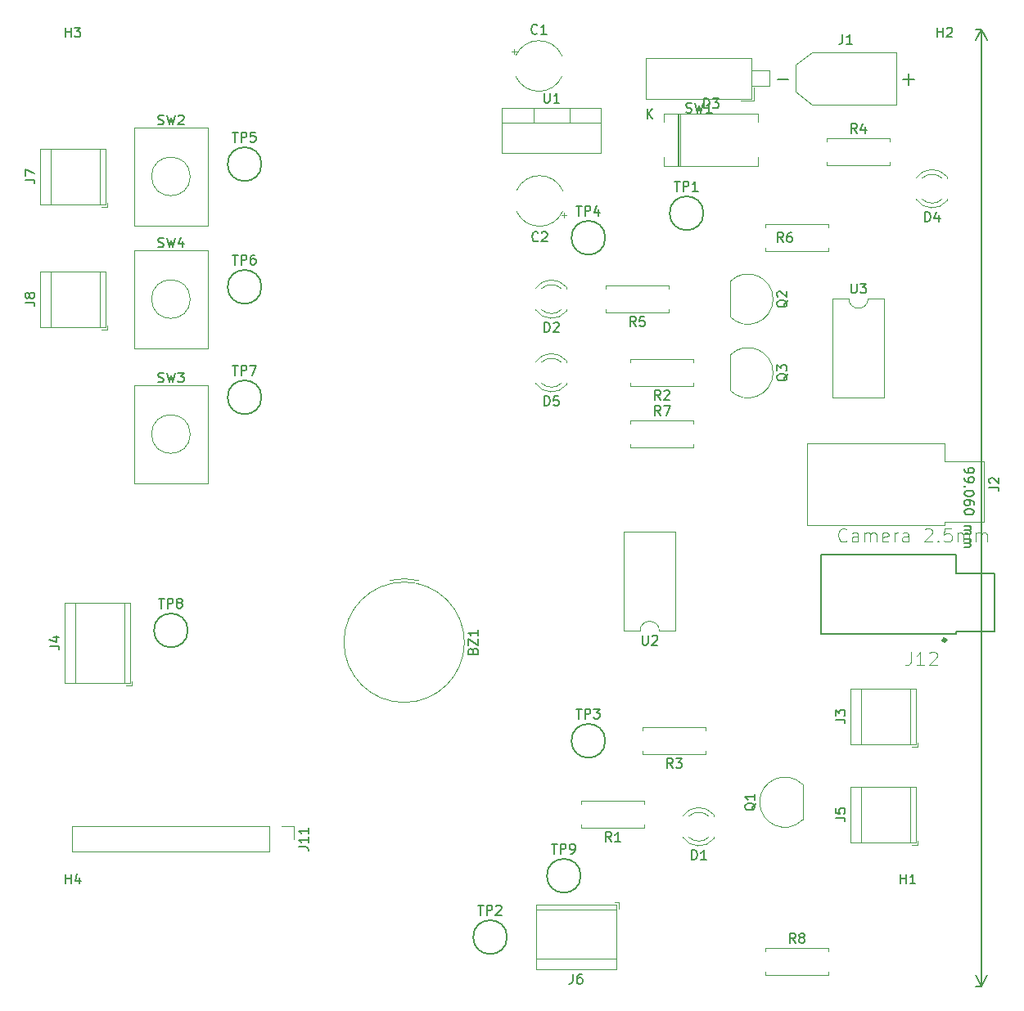
<source format=gbr>
G04 #@! TF.GenerationSoftware,KiCad,Pcbnew,(5.1.4)-1*
G04 #@! TF.CreationDate,2020-01-06T16:45:50-05:00*
G04 #@! TF.ProjectId,CameraTrigger,43616d65-7261-4547-9269-676765722e6b,rev?*
G04 #@! TF.SameCoordinates,Original*
G04 #@! TF.FileFunction,Legend,Top*
G04 #@! TF.FilePolarity,Positive*
%FSLAX46Y46*%
G04 Gerber Fmt 4.6, Leading zero omitted, Abs format (unit mm)*
G04 Created by KiCad (PCBNEW (5.1.4)-1) date 2020-01-06 16:45:50*
%MOMM*%
%LPD*%
G04 APERTURE LIST*
%ADD10C,0.150000*%
%ADD11C,0.120000*%
%ADD12C,0.340000*%
%ADD13C,0.127000*%
%ADD14C,0.050000*%
G04 APERTURE END LIST*
D10*
X110007619Y-58182380D02*
X110007619Y-58372857D01*
X110055238Y-58468095D01*
X110102857Y-58515714D01*
X110245714Y-58610952D01*
X110436190Y-58658571D01*
X110817142Y-58658571D01*
X110912380Y-58610952D01*
X110960000Y-58563333D01*
X111007619Y-58468095D01*
X111007619Y-58277619D01*
X110960000Y-58182380D01*
X110912380Y-58134761D01*
X110817142Y-58087142D01*
X110579047Y-58087142D01*
X110483809Y-58134761D01*
X110436190Y-58182380D01*
X110388571Y-58277619D01*
X110388571Y-58468095D01*
X110436190Y-58563333D01*
X110483809Y-58610952D01*
X110579047Y-58658571D01*
X110007619Y-59134761D02*
X110007619Y-59325238D01*
X110055238Y-59420476D01*
X110102857Y-59468095D01*
X110245714Y-59563333D01*
X110436190Y-59610952D01*
X110817142Y-59610952D01*
X110912380Y-59563333D01*
X110960000Y-59515714D01*
X111007619Y-59420476D01*
X111007619Y-59230000D01*
X110960000Y-59134761D01*
X110912380Y-59087142D01*
X110817142Y-59039523D01*
X110579047Y-59039523D01*
X110483809Y-59087142D01*
X110436190Y-59134761D01*
X110388571Y-59230000D01*
X110388571Y-59420476D01*
X110436190Y-59515714D01*
X110483809Y-59563333D01*
X110579047Y-59610952D01*
X110102857Y-60039523D02*
X110055238Y-60087142D01*
X110007619Y-60039523D01*
X110055238Y-59991904D01*
X110102857Y-60039523D01*
X110007619Y-60039523D01*
X111007619Y-60706190D02*
X111007619Y-60801428D01*
X110960000Y-60896666D01*
X110912380Y-60944285D01*
X110817142Y-60991904D01*
X110626666Y-61039523D01*
X110388571Y-61039523D01*
X110198095Y-60991904D01*
X110102857Y-60944285D01*
X110055238Y-60896666D01*
X110007619Y-60801428D01*
X110007619Y-60706190D01*
X110055238Y-60610952D01*
X110102857Y-60563333D01*
X110198095Y-60515714D01*
X110388571Y-60468095D01*
X110626666Y-60468095D01*
X110817142Y-60515714D01*
X110912380Y-60563333D01*
X110960000Y-60610952D01*
X111007619Y-60706190D01*
X111007619Y-61896666D02*
X111007619Y-61706190D01*
X110960000Y-61610952D01*
X110912380Y-61563333D01*
X110769523Y-61468095D01*
X110579047Y-61420476D01*
X110198095Y-61420476D01*
X110102857Y-61468095D01*
X110055238Y-61515714D01*
X110007619Y-61610952D01*
X110007619Y-61801428D01*
X110055238Y-61896666D01*
X110102857Y-61944285D01*
X110198095Y-61991904D01*
X110436190Y-61991904D01*
X110531428Y-61944285D01*
X110579047Y-61896666D01*
X110626666Y-61801428D01*
X110626666Y-61610952D01*
X110579047Y-61515714D01*
X110531428Y-61468095D01*
X110436190Y-61420476D01*
X111007619Y-62610952D02*
X111007619Y-62706190D01*
X110960000Y-62801428D01*
X110912380Y-62849047D01*
X110817142Y-62896666D01*
X110626666Y-62944285D01*
X110388571Y-62944285D01*
X110198095Y-62896666D01*
X110102857Y-62849047D01*
X110055238Y-62801428D01*
X110007619Y-62706190D01*
X110007619Y-62610952D01*
X110055238Y-62515714D01*
X110102857Y-62468095D01*
X110198095Y-62420476D01*
X110388571Y-62372857D01*
X110626666Y-62372857D01*
X110817142Y-62420476D01*
X110912380Y-62468095D01*
X110960000Y-62515714D01*
X111007619Y-62610952D01*
X110007619Y-64134761D02*
X110674285Y-64134761D01*
X110579047Y-64134761D02*
X110626666Y-64182380D01*
X110674285Y-64277619D01*
X110674285Y-64420476D01*
X110626666Y-64515714D01*
X110531428Y-64563333D01*
X110007619Y-64563333D01*
X110531428Y-64563333D02*
X110626666Y-64610952D01*
X110674285Y-64706190D01*
X110674285Y-64849047D01*
X110626666Y-64944285D01*
X110531428Y-64991904D01*
X110007619Y-64991904D01*
X110007619Y-65468095D02*
X110674285Y-65468095D01*
X110579047Y-65468095D02*
X110626666Y-65515714D01*
X110674285Y-65610952D01*
X110674285Y-65753809D01*
X110626666Y-65849047D01*
X110531428Y-65896666D01*
X110007619Y-65896666D01*
X110531428Y-65896666D02*
X110626666Y-65944285D01*
X110674285Y-66039523D01*
X110674285Y-66182380D01*
X110626666Y-66277619D01*
X110531428Y-66325238D01*
X110007619Y-66325238D01*
X111760000Y-12700000D02*
X111760000Y-111760000D01*
X111760000Y-12700000D02*
X111173579Y-12700000D01*
X111760000Y-111760000D02*
X111173579Y-111760000D01*
X111760000Y-111760000D02*
X111173579Y-110633496D01*
X111760000Y-111760000D02*
X112346421Y-110633496D01*
X111760000Y-12700000D02*
X111173579Y-13826504D01*
X111760000Y-12700000D02*
X112346421Y-13826504D01*
D11*
X88010000Y-18590000D02*
X88010000Y-16970000D01*
X89870000Y-18590000D02*
X89870000Y-16970000D01*
X89870000Y-16970000D02*
X88010000Y-16970000D01*
X89870000Y-18590000D02*
X88010000Y-18590000D01*
X88250000Y-20130000D02*
X88250000Y-18747000D01*
X88250000Y-20130000D02*
X86867000Y-20130000D01*
X77090000Y-19890000D02*
X77090000Y-15670000D01*
X88010000Y-19890000D02*
X88010000Y-15670000D01*
X88010000Y-15670000D02*
X77090000Y-15670000D01*
X88010000Y-19890000D02*
X77090000Y-19890000D01*
X92540000Y-16370000D02*
X92540000Y-19190000D01*
X92540000Y-19190000D02*
X94240000Y-20490000D01*
X92540000Y-16370000D02*
X94240000Y-15070000D01*
X94240000Y-20490000D02*
X102960000Y-20490000D01*
X102960000Y-15070000D02*
X102960000Y-20490000D01*
X94240000Y-15070000D02*
X102960000Y-15070000D01*
X101710000Y-40580000D02*
X100060000Y-40580000D01*
X101710000Y-50860000D02*
X101710000Y-40580000D01*
X96410000Y-50860000D02*
X101710000Y-50860000D01*
X96410000Y-40580000D02*
X96410000Y-50860000D01*
X98060000Y-40580000D02*
X96410000Y-40580000D01*
X100060000Y-40580000D02*
G75*
G02X98060000Y-40580000I-1000000J0D01*
G01*
X74820000Y-74990000D02*
X76470000Y-74990000D01*
X74820000Y-64710000D02*
X74820000Y-74990000D01*
X80120000Y-64710000D02*
X74820000Y-64710000D01*
X80120000Y-74990000D02*
X80120000Y-64710000D01*
X78470000Y-74990000D02*
X80120000Y-74990000D01*
X76470000Y-74990000D02*
G75*
G02X78470000Y-74990000I1000000J0D01*
G01*
X69161000Y-20860000D02*
X69161000Y-22370000D01*
X65460000Y-20860000D02*
X65460000Y-22370000D01*
X62190000Y-22370000D02*
X72430000Y-22370000D01*
X72430000Y-20860000D02*
X72430000Y-25501000D01*
X62190000Y-20860000D02*
X62190000Y-25501000D01*
X62190000Y-25501000D02*
X72430000Y-25501000D01*
X62190000Y-20860000D02*
X72430000Y-20860000D01*
D10*
X70330000Y-100330000D02*
G75*
G03X70330000Y-100330000I-1750000J0D01*
G01*
X29690000Y-74930000D02*
G75*
G03X29690000Y-74930000I-1750000J0D01*
G01*
X37310000Y-50800000D02*
G75*
G03X37310000Y-50800000I-1750000J0D01*
G01*
X37310000Y-39370000D02*
G75*
G03X37310000Y-39370000I-1750000J0D01*
G01*
X37310000Y-26670000D02*
G75*
G03X37310000Y-26670000I-1750000J0D01*
G01*
X72870000Y-34290000D02*
G75*
G03X72870000Y-34290000I-1750000J0D01*
G01*
X72870000Y-86360000D02*
G75*
G03X72870000Y-86360000I-1750000J0D01*
G01*
X62710000Y-106680000D02*
G75*
G03X62710000Y-106680000I-1750000J0D01*
G01*
X83030000Y-31750000D02*
G75*
G03X83030000Y-31750000I-1750000J0D01*
G01*
D11*
X29940000Y-40640000D02*
G75*
G03X29940000Y-40640000I-2000000J0D01*
G01*
X24130000Y-45720000D02*
X31750000Y-45720000D01*
X24130000Y-35560000D02*
X24130000Y-45720000D01*
X24130000Y-35560000D02*
X31750000Y-35560000D01*
X31750000Y-45720000D02*
X31750000Y-35560000D01*
X29940000Y-54610000D02*
G75*
G03X29940000Y-54610000I-2000000J0D01*
G01*
X24130000Y-59690000D02*
X31750000Y-59690000D01*
X24130000Y-49530000D02*
X24130000Y-59690000D01*
X24130000Y-49530000D02*
X31750000Y-49530000D01*
X31750000Y-59690000D02*
X31750000Y-49530000D01*
X29940000Y-27940000D02*
G75*
G03X29940000Y-27940000I-2000000J0D01*
G01*
X24130000Y-33020000D02*
X31750000Y-33020000D01*
X24130000Y-22860000D02*
X24130000Y-33020000D01*
X24130000Y-22860000D02*
X31750000Y-22860000D01*
X31750000Y-33020000D02*
X31750000Y-22860000D01*
X95980000Y-110590000D02*
X95980000Y-110260000D01*
X89440000Y-110590000D02*
X95980000Y-110590000D01*
X89440000Y-110260000D02*
X89440000Y-110590000D01*
X95980000Y-107850000D02*
X95980000Y-108180000D01*
X89440000Y-107850000D02*
X95980000Y-107850000D01*
X89440000Y-108180000D02*
X89440000Y-107850000D01*
X82010000Y-55980000D02*
X82010000Y-55650000D01*
X75470000Y-55980000D02*
X82010000Y-55980000D01*
X75470000Y-55650000D02*
X75470000Y-55980000D01*
X82010000Y-53240000D02*
X82010000Y-53570000D01*
X75470000Y-53240000D02*
X82010000Y-53240000D01*
X75470000Y-53570000D02*
X75470000Y-53240000D01*
X89440000Y-32920000D02*
X89440000Y-33250000D01*
X95980000Y-32920000D02*
X89440000Y-32920000D01*
X95980000Y-33250000D02*
X95980000Y-32920000D01*
X89440000Y-35660000D02*
X89440000Y-35330000D01*
X95980000Y-35660000D02*
X89440000Y-35660000D01*
X95980000Y-35330000D02*
X95980000Y-35660000D01*
X72930000Y-39270000D02*
X72930000Y-39600000D01*
X79470000Y-39270000D02*
X72930000Y-39270000D01*
X79470000Y-39600000D02*
X79470000Y-39270000D01*
X72930000Y-42010000D02*
X72930000Y-41680000D01*
X79470000Y-42010000D02*
X72930000Y-42010000D01*
X79470000Y-41680000D02*
X79470000Y-42010000D01*
X102330000Y-26770000D02*
X102330000Y-26440000D01*
X95790000Y-26770000D02*
X102330000Y-26770000D01*
X95790000Y-26440000D02*
X95790000Y-26770000D01*
X102330000Y-24030000D02*
X102330000Y-24360000D01*
X95790000Y-24030000D02*
X102330000Y-24030000D01*
X95790000Y-24360000D02*
X95790000Y-24030000D01*
X76740000Y-84990000D02*
X76740000Y-85320000D01*
X83280000Y-84990000D02*
X76740000Y-84990000D01*
X83280000Y-85320000D02*
X83280000Y-84990000D01*
X76740000Y-87730000D02*
X76740000Y-87400000D01*
X83280000Y-87730000D02*
X76740000Y-87730000D01*
X83280000Y-87400000D02*
X83280000Y-87730000D01*
X75470000Y-46890000D02*
X75470000Y-47220000D01*
X82010000Y-46890000D02*
X75470000Y-46890000D01*
X82010000Y-47220000D02*
X82010000Y-46890000D01*
X75470000Y-49630000D02*
X75470000Y-49300000D01*
X82010000Y-49630000D02*
X75470000Y-49630000D01*
X82010000Y-49300000D02*
X82010000Y-49630000D01*
X70390000Y-92610000D02*
X70390000Y-92940000D01*
X76930000Y-92610000D02*
X70390000Y-92610000D01*
X76930000Y-92940000D02*
X76930000Y-92610000D01*
X70390000Y-95350000D02*
X70390000Y-95020000D01*
X76930000Y-95350000D02*
X70390000Y-95350000D01*
X76930000Y-95020000D02*
X76930000Y-95350000D01*
X85791522Y-50098478D02*
G75*
G03X90230000Y-48260000I1838478J1838478D01*
G01*
X85791522Y-46421522D02*
G75*
G02X90230000Y-48260000I1838478J-1838478D01*
G01*
X85780000Y-46460000D02*
X85780000Y-50060000D01*
X85791522Y-42478478D02*
G75*
G03X90230000Y-40640000I1838478J1838478D01*
G01*
X85791522Y-38801522D02*
G75*
G02X90230000Y-40640000I1838478J-1838478D01*
G01*
X85780000Y-38840000D02*
X85780000Y-42440000D01*
X93278478Y-90871522D02*
G75*
G03X88840000Y-92710000I-1838478J-1838478D01*
G01*
X93278478Y-94548478D02*
G75*
G02X88840000Y-92710000I-1838478J1838478D01*
G01*
X93290000Y-94510000D02*
X93290000Y-90910000D01*
D12*
X108120000Y-75920000D02*
G75*
G03X108120000Y-75920000I-170000J0D01*
G01*
D13*
X109150000Y-75020000D02*
X109150000Y-75320000D01*
X113150000Y-75020000D02*
X109150000Y-75020000D01*
X113150000Y-69020000D02*
X113150000Y-75020000D01*
X109150000Y-69020000D02*
X113150000Y-69020000D01*
X109150000Y-67120000D02*
X109150000Y-69020000D01*
X95150000Y-67120000D02*
X109150000Y-67120000D01*
X95150000Y-75320000D02*
X95150000Y-67120000D01*
X109150000Y-75320000D02*
X95150000Y-75320000D01*
D11*
X40700000Y-95190000D02*
X40700000Y-96520000D01*
X39370000Y-95190000D02*
X40700000Y-95190000D01*
X38100000Y-95190000D02*
X38100000Y-97850000D01*
X38100000Y-97850000D02*
X17720000Y-97850000D01*
X38100000Y-95190000D02*
X17720000Y-95190000D01*
X17720000Y-95190000D02*
X17720000Y-97850000D01*
X21390000Y-43770000D02*
X21390000Y-43370000D01*
X20750000Y-43770000D02*
X21390000Y-43770000D01*
X14410000Y-37750000D02*
X21150000Y-37750000D01*
X14410000Y-43530000D02*
X21150000Y-43530000D01*
X21150000Y-43530000D02*
X21150000Y-37750000D01*
X14410000Y-43530000D02*
X14410000Y-37750000D01*
X15530000Y-43530000D02*
X15530000Y-37750000D01*
X20630000Y-43530000D02*
X20630000Y-37750000D01*
X21390000Y-31070000D02*
X21390000Y-30670000D01*
X20750000Y-31070000D02*
X21390000Y-31070000D01*
X14410000Y-25050000D02*
X21150000Y-25050000D01*
X14410000Y-30830000D02*
X21150000Y-30830000D01*
X21150000Y-30830000D02*
X21150000Y-25050000D01*
X14410000Y-30830000D02*
X14410000Y-25050000D01*
X15530000Y-30830000D02*
X15530000Y-25050000D01*
X20630000Y-30830000D02*
X20630000Y-25050000D01*
X74250000Y-103070000D02*
X73850000Y-103070000D01*
X74250000Y-103710000D02*
X74250000Y-103070000D01*
X65690000Y-110050000D02*
X65690000Y-103310000D01*
X74010000Y-110050000D02*
X74010000Y-103310000D01*
X74010000Y-103310000D02*
X65690000Y-103310000D01*
X74010000Y-110050000D02*
X65690000Y-110050000D01*
X74010000Y-108930000D02*
X65690000Y-108930000D01*
X74010000Y-103830000D02*
X65690000Y-103830000D01*
X105210000Y-97110000D02*
X105210000Y-96710000D01*
X104570000Y-97110000D02*
X105210000Y-97110000D01*
X98230000Y-91090000D02*
X104970000Y-91090000D01*
X98230000Y-96870000D02*
X104970000Y-96870000D01*
X104970000Y-96870000D02*
X104970000Y-91090000D01*
X98230000Y-96870000D02*
X98230000Y-91090000D01*
X99350000Y-96870000D02*
X99350000Y-91090000D01*
X104450000Y-96870000D02*
X104450000Y-91090000D01*
X23930000Y-80600000D02*
X23930000Y-80200000D01*
X23290000Y-80600000D02*
X23930000Y-80600000D01*
X16950000Y-72040000D02*
X23690000Y-72040000D01*
X16950000Y-80360000D02*
X23690000Y-80360000D01*
X23690000Y-80360000D02*
X23690000Y-72040000D01*
X16950000Y-80360000D02*
X16950000Y-72040000D01*
X18070000Y-80360000D02*
X18070000Y-72040000D01*
X23170000Y-80360000D02*
X23170000Y-72040000D01*
X105210000Y-86950000D02*
X105210000Y-86550000D01*
X104570000Y-86950000D02*
X105210000Y-86950000D01*
X98230000Y-80930000D02*
X104970000Y-80930000D01*
X98230000Y-86710000D02*
X104970000Y-86710000D01*
X104970000Y-86710000D02*
X104970000Y-80930000D01*
X98230000Y-86710000D02*
X98230000Y-80930000D01*
X99350000Y-86710000D02*
X99350000Y-80930000D01*
X104450000Y-86710000D02*
X104450000Y-80930000D01*
X108000000Y-57470000D02*
X112000000Y-57470000D01*
X108000000Y-55570000D02*
X108000000Y-57470000D01*
X93760000Y-55570000D02*
X108000000Y-55570000D01*
X93760000Y-64010000D02*
X93760000Y-55570000D01*
X108000000Y-64010000D02*
X93760000Y-64010000D01*
X108000000Y-63710000D02*
X108000000Y-64010000D01*
X112000000Y-63710000D02*
X108000000Y-63710000D01*
X112000000Y-57470000D02*
X112000000Y-63710000D01*
X68870000Y-47180000D02*
X68870000Y-47024000D01*
X68870000Y-49496000D02*
X68870000Y-49340000D01*
X66268870Y-47180163D02*
G75*
G02X68350961Y-47180000I1041130J-1079837D01*
G01*
X66268870Y-49339837D02*
G75*
G03X68350961Y-49340000I1041130J1079837D01*
G01*
X65637665Y-47181392D02*
G75*
G02X68870000Y-47024484I1672335J-1078608D01*
G01*
X65637665Y-49338608D02*
G75*
G03X68870000Y-49495516I1672335J1078608D01*
G01*
X108240000Y-28130000D02*
X108240000Y-27974000D01*
X108240000Y-30446000D02*
X108240000Y-30290000D01*
X105638870Y-28130163D02*
G75*
G02X107720961Y-28130000I1041130J-1079837D01*
G01*
X105638870Y-30289837D02*
G75*
G03X107720961Y-30290000I1041130J1079837D01*
G01*
X105007665Y-28131392D02*
G75*
G02X108240000Y-27974484I1672335J-1078608D01*
G01*
X105007665Y-30288608D02*
G75*
G03X108240000Y-30445516I1672335J1078608D01*
G01*
X80375000Y-21410000D02*
X80375000Y-26850000D01*
X80615000Y-21410000D02*
X80615000Y-26850000D01*
X80495000Y-21410000D02*
X80495000Y-26850000D01*
X88690000Y-26850000D02*
X88690000Y-25970000D01*
X78950000Y-26850000D02*
X88690000Y-26850000D01*
X78950000Y-25970000D02*
X78950000Y-26850000D01*
X88690000Y-21410000D02*
X88690000Y-22290000D01*
X78950000Y-21410000D02*
X88690000Y-21410000D01*
X78950000Y-22290000D02*
X78950000Y-21410000D01*
X68870000Y-39560000D02*
X68870000Y-39404000D01*
X68870000Y-41876000D02*
X68870000Y-41720000D01*
X66268870Y-39560163D02*
G75*
G02X68350961Y-39560000I1041130J-1079837D01*
G01*
X66268870Y-41719837D02*
G75*
G03X68350961Y-41720000I1041130J1079837D01*
G01*
X65637665Y-39561392D02*
G75*
G02X68870000Y-39404484I1672335J-1078608D01*
G01*
X65637665Y-41718608D02*
G75*
G03X68870000Y-41875516I1672335J1078608D01*
G01*
X84110000Y-94170000D02*
X84110000Y-94014000D01*
X84110000Y-96486000D02*
X84110000Y-96330000D01*
X81508870Y-94170163D02*
G75*
G02X83590961Y-94170000I1041130J-1079837D01*
G01*
X81508870Y-96329837D02*
G75*
G03X83590961Y-96330000I1041130J1079837D01*
G01*
X80877665Y-94171392D02*
G75*
G02X84110000Y-94014484I1672335J-1078608D01*
G01*
X80877665Y-96328608D02*
G75*
G03X84110000Y-96485516I1672335J1078608D01*
G01*
X68634775Y-32205000D02*
X68634775Y-31705000D01*
X68884775Y-31955000D02*
X68384775Y-31955000D01*
X63684003Y-29420000D02*
G75*
G02X68475997Y-29420000I2395997J-1060000D01*
G01*
X63684003Y-31540000D02*
G75*
G03X68475997Y-31540000I2395997J1060000D01*
G01*
X63445225Y-14785000D02*
X63445225Y-15285000D01*
X63195225Y-15035000D02*
X63695225Y-15035000D01*
X68395997Y-17570000D02*
G75*
G02X63604003Y-17570000I-2395997J1060000D01*
G01*
X68395997Y-15450000D02*
G75*
G03X63604003Y-15450000I-2395997J-1060000D01*
G01*
X50570001Y-69760000D02*
G75*
G02X53570000Y-69760000I1499999J-6400000D01*
G01*
X58300000Y-76160000D02*
G75*
G03X58300000Y-76160000I-6230000J0D01*
G01*
D10*
X81216666Y-21294761D02*
X81359523Y-21342380D01*
X81597619Y-21342380D01*
X81692857Y-21294761D01*
X81740476Y-21247142D01*
X81788095Y-21151904D01*
X81788095Y-21056666D01*
X81740476Y-20961428D01*
X81692857Y-20913809D01*
X81597619Y-20866190D01*
X81407142Y-20818571D01*
X81311904Y-20770952D01*
X81264285Y-20723333D01*
X81216666Y-20628095D01*
X81216666Y-20532857D01*
X81264285Y-20437619D01*
X81311904Y-20390000D01*
X81407142Y-20342380D01*
X81645238Y-20342380D01*
X81788095Y-20390000D01*
X82121428Y-20342380D02*
X82359523Y-21342380D01*
X82550000Y-20628095D01*
X82740476Y-21342380D01*
X82978571Y-20342380D01*
X83883333Y-21342380D02*
X83311904Y-21342380D01*
X83597619Y-21342380D02*
X83597619Y-20342380D01*
X83502380Y-20485238D01*
X83407142Y-20580476D01*
X83311904Y-20628095D01*
X97416666Y-13232380D02*
X97416666Y-13946666D01*
X97369047Y-14089523D01*
X97273809Y-14184761D01*
X97130952Y-14232380D01*
X97035714Y-14232380D01*
X98416666Y-14232380D02*
X97845238Y-14232380D01*
X98130952Y-14232380D02*
X98130952Y-13232380D01*
X98035714Y-13375238D01*
X97940476Y-13470476D01*
X97845238Y-13518095D01*
X90678571Y-17887142D02*
X91821428Y-17887142D01*
X103678571Y-17887142D02*
X104821428Y-17887142D01*
X104250000Y-18458571D02*
X104250000Y-17315714D01*
X98298095Y-39032380D02*
X98298095Y-39841904D01*
X98345714Y-39937142D01*
X98393333Y-39984761D01*
X98488571Y-40032380D01*
X98679047Y-40032380D01*
X98774285Y-39984761D01*
X98821904Y-39937142D01*
X98869523Y-39841904D01*
X98869523Y-39032380D01*
X99250476Y-39032380D02*
X99869523Y-39032380D01*
X99536190Y-39413333D01*
X99679047Y-39413333D01*
X99774285Y-39460952D01*
X99821904Y-39508571D01*
X99869523Y-39603809D01*
X99869523Y-39841904D01*
X99821904Y-39937142D01*
X99774285Y-39984761D01*
X99679047Y-40032380D01*
X99393333Y-40032380D01*
X99298095Y-39984761D01*
X99250476Y-39937142D01*
X76708095Y-75442380D02*
X76708095Y-76251904D01*
X76755714Y-76347142D01*
X76803333Y-76394761D01*
X76898571Y-76442380D01*
X77089047Y-76442380D01*
X77184285Y-76394761D01*
X77231904Y-76347142D01*
X77279523Y-76251904D01*
X77279523Y-75442380D01*
X77708095Y-75537619D02*
X77755714Y-75490000D01*
X77850952Y-75442380D01*
X78089047Y-75442380D01*
X78184285Y-75490000D01*
X78231904Y-75537619D01*
X78279523Y-75632857D01*
X78279523Y-75728095D01*
X78231904Y-75870952D01*
X77660476Y-76442380D01*
X78279523Y-76442380D01*
X66548095Y-19312380D02*
X66548095Y-20121904D01*
X66595714Y-20217142D01*
X66643333Y-20264761D01*
X66738571Y-20312380D01*
X66929047Y-20312380D01*
X67024285Y-20264761D01*
X67071904Y-20217142D01*
X67119523Y-20121904D01*
X67119523Y-19312380D01*
X68119523Y-20312380D02*
X67548095Y-20312380D01*
X67833809Y-20312380D02*
X67833809Y-19312380D01*
X67738571Y-19455238D01*
X67643333Y-19550476D01*
X67548095Y-19598095D01*
X67318095Y-97032380D02*
X67889523Y-97032380D01*
X67603809Y-98032380D02*
X67603809Y-97032380D01*
X68222857Y-98032380D02*
X68222857Y-97032380D01*
X68603809Y-97032380D01*
X68699047Y-97080000D01*
X68746666Y-97127619D01*
X68794285Y-97222857D01*
X68794285Y-97365714D01*
X68746666Y-97460952D01*
X68699047Y-97508571D01*
X68603809Y-97556190D01*
X68222857Y-97556190D01*
X69270476Y-98032380D02*
X69460952Y-98032380D01*
X69556190Y-97984761D01*
X69603809Y-97937142D01*
X69699047Y-97794285D01*
X69746666Y-97603809D01*
X69746666Y-97222857D01*
X69699047Y-97127619D01*
X69651428Y-97080000D01*
X69556190Y-97032380D01*
X69365714Y-97032380D01*
X69270476Y-97080000D01*
X69222857Y-97127619D01*
X69175238Y-97222857D01*
X69175238Y-97460952D01*
X69222857Y-97556190D01*
X69270476Y-97603809D01*
X69365714Y-97651428D01*
X69556190Y-97651428D01*
X69651428Y-97603809D01*
X69699047Y-97556190D01*
X69746666Y-97460952D01*
X26678095Y-71632380D02*
X27249523Y-71632380D01*
X26963809Y-72632380D02*
X26963809Y-71632380D01*
X27582857Y-72632380D02*
X27582857Y-71632380D01*
X27963809Y-71632380D01*
X28059047Y-71680000D01*
X28106666Y-71727619D01*
X28154285Y-71822857D01*
X28154285Y-71965714D01*
X28106666Y-72060952D01*
X28059047Y-72108571D01*
X27963809Y-72156190D01*
X27582857Y-72156190D01*
X28725714Y-72060952D02*
X28630476Y-72013333D01*
X28582857Y-71965714D01*
X28535238Y-71870476D01*
X28535238Y-71822857D01*
X28582857Y-71727619D01*
X28630476Y-71680000D01*
X28725714Y-71632380D01*
X28916190Y-71632380D01*
X29011428Y-71680000D01*
X29059047Y-71727619D01*
X29106666Y-71822857D01*
X29106666Y-71870476D01*
X29059047Y-71965714D01*
X29011428Y-72013333D01*
X28916190Y-72060952D01*
X28725714Y-72060952D01*
X28630476Y-72108571D01*
X28582857Y-72156190D01*
X28535238Y-72251428D01*
X28535238Y-72441904D01*
X28582857Y-72537142D01*
X28630476Y-72584761D01*
X28725714Y-72632380D01*
X28916190Y-72632380D01*
X29011428Y-72584761D01*
X29059047Y-72537142D01*
X29106666Y-72441904D01*
X29106666Y-72251428D01*
X29059047Y-72156190D01*
X29011428Y-72108571D01*
X28916190Y-72060952D01*
X34298095Y-47502380D02*
X34869523Y-47502380D01*
X34583809Y-48502380D02*
X34583809Y-47502380D01*
X35202857Y-48502380D02*
X35202857Y-47502380D01*
X35583809Y-47502380D01*
X35679047Y-47550000D01*
X35726666Y-47597619D01*
X35774285Y-47692857D01*
X35774285Y-47835714D01*
X35726666Y-47930952D01*
X35679047Y-47978571D01*
X35583809Y-48026190D01*
X35202857Y-48026190D01*
X36107619Y-47502380D02*
X36774285Y-47502380D01*
X36345714Y-48502380D01*
X34298095Y-36072380D02*
X34869523Y-36072380D01*
X34583809Y-37072380D02*
X34583809Y-36072380D01*
X35202857Y-37072380D02*
X35202857Y-36072380D01*
X35583809Y-36072380D01*
X35679047Y-36120000D01*
X35726666Y-36167619D01*
X35774285Y-36262857D01*
X35774285Y-36405714D01*
X35726666Y-36500952D01*
X35679047Y-36548571D01*
X35583809Y-36596190D01*
X35202857Y-36596190D01*
X36631428Y-36072380D02*
X36440952Y-36072380D01*
X36345714Y-36120000D01*
X36298095Y-36167619D01*
X36202857Y-36310476D01*
X36155238Y-36500952D01*
X36155238Y-36881904D01*
X36202857Y-36977142D01*
X36250476Y-37024761D01*
X36345714Y-37072380D01*
X36536190Y-37072380D01*
X36631428Y-37024761D01*
X36679047Y-36977142D01*
X36726666Y-36881904D01*
X36726666Y-36643809D01*
X36679047Y-36548571D01*
X36631428Y-36500952D01*
X36536190Y-36453333D01*
X36345714Y-36453333D01*
X36250476Y-36500952D01*
X36202857Y-36548571D01*
X36155238Y-36643809D01*
X34298095Y-23372380D02*
X34869523Y-23372380D01*
X34583809Y-24372380D02*
X34583809Y-23372380D01*
X35202857Y-24372380D02*
X35202857Y-23372380D01*
X35583809Y-23372380D01*
X35679047Y-23420000D01*
X35726666Y-23467619D01*
X35774285Y-23562857D01*
X35774285Y-23705714D01*
X35726666Y-23800952D01*
X35679047Y-23848571D01*
X35583809Y-23896190D01*
X35202857Y-23896190D01*
X36679047Y-23372380D02*
X36202857Y-23372380D01*
X36155238Y-23848571D01*
X36202857Y-23800952D01*
X36298095Y-23753333D01*
X36536190Y-23753333D01*
X36631428Y-23800952D01*
X36679047Y-23848571D01*
X36726666Y-23943809D01*
X36726666Y-24181904D01*
X36679047Y-24277142D01*
X36631428Y-24324761D01*
X36536190Y-24372380D01*
X36298095Y-24372380D01*
X36202857Y-24324761D01*
X36155238Y-24277142D01*
X69858095Y-30992380D02*
X70429523Y-30992380D01*
X70143809Y-31992380D02*
X70143809Y-30992380D01*
X70762857Y-31992380D02*
X70762857Y-30992380D01*
X71143809Y-30992380D01*
X71239047Y-31040000D01*
X71286666Y-31087619D01*
X71334285Y-31182857D01*
X71334285Y-31325714D01*
X71286666Y-31420952D01*
X71239047Y-31468571D01*
X71143809Y-31516190D01*
X70762857Y-31516190D01*
X72191428Y-31325714D02*
X72191428Y-31992380D01*
X71953333Y-30944761D02*
X71715238Y-31659047D01*
X72334285Y-31659047D01*
X69858095Y-83062380D02*
X70429523Y-83062380D01*
X70143809Y-84062380D02*
X70143809Y-83062380D01*
X70762857Y-84062380D02*
X70762857Y-83062380D01*
X71143809Y-83062380D01*
X71239047Y-83110000D01*
X71286666Y-83157619D01*
X71334285Y-83252857D01*
X71334285Y-83395714D01*
X71286666Y-83490952D01*
X71239047Y-83538571D01*
X71143809Y-83586190D01*
X70762857Y-83586190D01*
X71667619Y-83062380D02*
X72286666Y-83062380D01*
X71953333Y-83443333D01*
X72096190Y-83443333D01*
X72191428Y-83490952D01*
X72239047Y-83538571D01*
X72286666Y-83633809D01*
X72286666Y-83871904D01*
X72239047Y-83967142D01*
X72191428Y-84014761D01*
X72096190Y-84062380D01*
X71810476Y-84062380D01*
X71715238Y-84014761D01*
X71667619Y-83967142D01*
X59698095Y-103382380D02*
X60269523Y-103382380D01*
X59983809Y-104382380D02*
X59983809Y-103382380D01*
X60602857Y-104382380D02*
X60602857Y-103382380D01*
X60983809Y-103382380D01*
X61079047Y-103430000D01*
X61126666Y-103477619D01*
X61174285Y-103572857D01*
X61174285Y-103715714D01*
X61126666Y-103810952D01*
X61079047Y-103858571D01*
X60983809Y-103906190D01*
X60602857Y-103906190D01*
X61555238Y-103477619D02*
X61602857Y-103430000D01*
X61698095Y-103382380D01*
X61936190Y-103382380D01*
X62031428Y-103430000D01*
X62079047Y-103477619D01*
X62126666Y-103572857D01*
X62126666Y-103668095D01*
X62079047Y-103810952D01*
X61507619Y-104382380D01*
X62126666Y-104382380D01*
X80018095Y-28452380D02*
X80589523Y-28452380D01*
X80303809Y-29452380D02*
X80303809Y-28452380D01*
X80922857Y-29452380D02*
X80922857Y-28452380D01*
X81303809Y-28452380D01*
X81399047Y-28500000D01*
X81446666Y-28547619D01*
X81494285Y-28642857D01*
X81494285Y-28785714D01*
X81446666Y-28880952D01*
X81399047Y-28928571D01*
X81303809Y-28976190D01*
X80922857Y-28976190D01*
X82446666Y-29452380D02*
X81875238Y-29452380D01*
X82160952Y-29452380D02*
X82160952Y-28452380D01*
X82065714Y-28595238D01*
X81970476Y-28690476D01*
X81875238Y-28738095D01*
X26606666Y-35234761D02*
X26749523Y-35282380D01*
X26987619Y-35282380D01*
X27082857Y-35234761D01*
X27130476Y-35187142D01*
X27178095Y-35091904D01*
X27178095Y-34996666D01*
X27130476Y-34901428D01*
X27082857Y-34853809D01*
X26987619Y-34806190D01*
X26797142Y-34758571D01*
X26701904Y-34710952D01*
X26654285Y-34663333D01*
X26606666Y-34568095D01*
X26606666Y-34472857D01*
X26654285Y-34377619D01*
X26701904Y-34330000D01*
X26797142Y-34282380D01*
X27035238Y-34282380D01*
X27178095Y-34330000D01*
X27511428Y-34282380D02*
X27749523Y-35282380D01*
X27940000Y-34568095D01*
X28130476Y-35282380D01*
X28368571Y-34282380D01*
X29178095Y-34615714D02*
X29178095Y-35282380D01*
X28940000Y-34234761D02*
X28701904Y-34949047D01*
X29320952Y-34949047D01*
X26606666Y-49204761D02*
X26749523Y-49252380D01*
X26987619Y-49252380D01*
X27082857Y-49204761D01*
X27130476Y-49157142D01*
X27178095Y-49061904D01*
X27178095Y-48966666D01*
X27130476Y-48871428D01*
X27082857Y-48823809D01*
X26987619Y-48776190D01*
X26797142Y-48728571D01*
X26701904Y-48680952D01*
X26654285Y-48633333D01*
X26606666Y-48538095D01*
X26606666Y-48442857D01*
X26654285Y-48347619D01*
X26701904Y-48300000D01*
X26797142Y-48252380D01*
X27035238Y-48252380D01*
X27178095Y-48300000D01*
X27511428Y-48252380D02*
X27749523Y-49252380D01*
X27940000Y-48538095D01*
X28130476Y-49252380D01*
X28368571Y-48252380D01*
X28654285Y-48252380D02*
X29273333Y-48252380D01*
X28940000Y-48633333D01*
X29082857Y-48633333D01*
X29178095Y-48680952D01*
X29225714Y-48728571D01*
X29273333Y-48823809D01*
X29273333Y-49061904D01*
X29225714Y-49157142D01*
X29178095Y-49204761D01*
X29082857Y-49252380D01*
X28797142Y-49252380D01*
X28701904Y-49204761D01*
X28654285Y-49157142D01*
X26606666Y-22534761D02*
X26749523Y-22582380D01*
X26987619Y-22582380D01*
X27082857Y-22534761D01*
X27130476Y-22487142D01*
X27178095Y-22391904D01*
X27178095Y-22296666D01*
X27130476Y-22201428D01*
X27082857Y-22153809D01*
X26987619Y-22106190D01*
X26797142Y-22058571D01*
X26701904Y-22010952D01*
X26654285Y-21963333D01*
X26606666Y-21868095D01*
X26606666Y-21772857D01*
X26654285Y-21677619D01*
X26701904Y-21630000D01*
X26797142Y-21582380D01*
X27035238Y-21582380D01*
X27178095Y-21630000D01*
X27511428Y-21582380D02*
X27749523Y-22582380D01*
X27940000Y-21868095D01*
X28130476Y-22582380D01*
X28368571Y-21582380D01*
X28701904Y-21677619D02*
X28749523Y-21630000D01*
X28844761Y-21582380D01*
X29082857Y-21582380D01*
X29178095Y-21630000D01*
X29225714Y-21677619D01*
X29273333Y-21772857D01*
X29273333Y-21868095D01*
X29225714Y-22010952D01*
X28654285Y-22582380D01*
X29273333Y-22582380D01*
X92543333Y-107302380D02*
X92210000Y-106826190D01*
X91971904Y-107302380D02*
X91971904Y-106302380D01*
X92352857Y-106302380D01*
X92448095Y-106350000D01*
X92495714Y-106397619D01*
X92543333Y-106492857D01*
X92543333Y-106635714D01*
X92495714Y-106730952D01*
X92448095Y-106778571D01*
X92352857Y-106826190D01*
X91971904Y-106826190D01*
X93114761Y-106730952D02*
X93019523Y-106683333D01*
X92971904Y-106635714D01*
X92924285Y-106540476D01*
X92924285Y-106492857D01*
X92971904Y-106397619D01*
X93019523Y-106350000D01*
X93114761Y-106302380D01*
X93305238Y-106302380D01*
X93400476Y-106350000D01*
X93448095Y-106397619D01*
X93495714Y-106492857D01*
X93495714Y-106540476D01*
X93448095Y-106635714D01*
X93400476Y-106683333D01*
X93305238Y-106730952D01*
X93114761Y-106730952D01*
X93019523Y-106778571D01*
X92971904Y-106826190D01*
X92924285Y-106921428D01*
X92924285Y-107111904D01*
X92971904Y-107207142D01*
X93019523Y-107254761D01*
X93114761Y-107302380D01*
X93305238Y-107302380D01*
X93400476Y-107254761D01*
X93448095Y-107207142D01*
X93495714Y-107111904D01*
X93495714Y-106921428D01*
X93448095Y-106826190D01*
X93400476Y-106778571D01*
X93305238Y-106730952D01*
X78573333Y-52692380D02*
X78240000Y-52216190D01*
X78001904Y-52692380D02*
X78001904Y-51692380D01*
X78382857Y-51692380D01*
X78478095Y-51740000D01*
X78525714Y-51787619D01*
X78573333Y-51882857D01*
X78573333Y-52025714D01*
X78525714Y-52120952D01*
X78478095Y-52168571D01*
X78382857Y-52216190D01*
X78001904Y-52216190D01*
X78906666Y-51692380D02*
X79573333Y-51692380D01*
X79144761Y-52692380D01*
X91273333Y-34742380D02*
X90940000Y-34266190D01*
X90701904Y-34742380D02*
X90701904Y-33742380D01*
X91082857Y-33742380D01*
X91178095Y-33790000D01*
X91225714Y-33837619D01*
X91273333Y-33932857D01*
X91273333Y-34075714D01*
X91225714Y-34170952D01*
X91178095Y-34218571D01*
X91082857Y-34266190D01*
X90701904Y-34266190D01*
X92130476Y-33742380D02*
X91940000Y-33742380D01*
X91844761Y-33790000D01*
X91797142Y-33837619D01*
X91701904Y-33980476D01*
X91654285Y-34170952D01*
X91654285Y-34551904D01*
X91701904Y-34647142D01*
X91749523Y-34694761D01*
X91844761Y-34742380D01*
X92035238Y-34742380D01*
X92130476Y-34694761D01*
X92178095Y-34647142D01*
X92225714Y-34551904D01*
X92225714Y-34313809D01*
X92178095Y-34218571D01*
X92130476Y-34170952D01*
X92035238Y-34123333D01*
X91844761Y-34123333D01*
X91749523Y-34170952D01*
X91701904Y-34218571D01*
X91654285Y-34313809D01*
X76033333Y-43462380D02*
X75700000Y-42986190D01*
X75461904Y-43462380D02*
X75461904Y-42462380D01*
X75842857Y-42462380D01*
X75938095Y-42510000D01*
X75985714Y-42557619D01*
X76033333Y-42652857D01*
X76033333Y-42795714D01*
X75985714Y-42890952D01*
X75938095Y-42938571D01*
X75842857Y-42986190D01*
X75461904Y-42986190D01*
X76938095Y-42462380D02*
X76461904Y-42462380D01*
X76414285Y-42938571D01*
X76461904Y-42890952D01*
X76557142Y-42843333D01*
X76795238Y-42843333D01*
X76890476Y-42890952D01*
X76938095Y-42938571D01*
X76985714Y-43033809D01*
X76985714Y-43271904D01*
X76938095Y-43367142D01*
X76890476Y-43414761D01*
X76795238Y-43462380D01*
X76557142Y-43462380D01*
X76461904Y-43414761D01*
X76414285Y-43367142D01*
X98893333Y-23482380D02*
X98560000Y-23006190D01*
X98321904Y-23482380D02*
X98321904Y-22482380D01*
X98702857Y-22482380D01*
X98798095Y-22530000D01*
X98845714Y-22577619D01*
X98893333Y-22672857D01*
X98893333Y-22815714D01*
X98845714Y-22910952D01*
X98798095Y-22958571D01*
X98702857Y-23006190D01*
X98321904Y-23006190D01*
X99750476Y-22815714D02*
X99750476Y-23482380D01*
X99512380Y-22434761D02*
X99274285Y-23149047D01*
X99893333Y-23149047D01*
X79843333Y-89182380D02*
X79510000Y-88706190D01*
X79271904Y-89182380D02*
X79271904Y-88182380D01*
X79652857Y-88182380D01*
X79748095Y-88230000D01*
X79795714Y-88277619D01*
X79843333Y-88372857D01*
X79843333Y-88515714D01*
X79795714Y-88610952D01*
X79748095Y-88658571D01*
X79652857Y-88706190D01*
X79271904Y-88706190D01*
X80176666Y-88182380D02*
X80795714Y-88182380D01*
X80462380Y-88563333D01*
X80605238Y-88563333D01*
X80700476Y-88610952D01*
X80748095Y-88658571D01*
X80795714Y-88753809D01*
X80795714Y-88991904D01*
X80748095Y-89087142D01*
X80700476Y-89134761D01*
X80605238Y-89182380D01*
X80319523Y-89182380D01*
X80224285Y-89134761D01*
X80176666Y-89087142D01*
X78573333Y-51082380D02*
X78240000Y-50606190D01*
X78001904Y-51082380D02*
X78001904Y-50082380D01*
X78382857Y-50082380D01*
X78478095Y-50130000D01*
X78525714Y-50177619D01*
X78573333Y-50272857D01*
X78573333Y-50415714D01*
X78525714Y-50510952D01*
X78478095Y-50558571D01*
X78382857Y-50606190D01*
X78001904Y-50606190D01*
X78954285Y-50177619D02*
X79001904Y-50130000D01*
X79097142Y-50082380D01*
X79335238Y-50082380D01*
X79430476Y-50130000D01*
X79478095Y-50177619D01*
X79525714Y-50272857D01*
X79525714Y-50368095D01*
X79478095Y-50510952D01*
X78906666Y-51082380D01*
X79525714Y-51082380D01*
X73493333Y-96802380D02*
X73160000Y-96326190D01*
X72921904Y-96802380D02*
X72921904Y-95802380D01*
X73302857Y-95802380D01*
X73398095Y-95850000D01*
X73445714Y-95897619D01*
X73493333Y-95992857D01*
X73493333Y-96135714D01*
X73445714Y-96230952D01*
X73398095Y-96278571D01*
X73302857Y-96326190D01*
X72921904Y-96326190D01*
X74445714Y-96802380D02*
X73874285Y-96802380D01*
X74160000Y-96802380D02*
X74160000Y-95802380D01*
X74064761Y-95945238D01*
X73969523Y-96040476D01*
X73874285Y-96088095D01*
X91737619Y-48355238D02*
X91690000Y-48450476D01*
X91594761Y-48545714D01*
X91451904Y-48688571D01*
X91404285Y-48783809D01*
X91404285Y-48879047D01*
X91642380Y-48831428D02*
X91594761Y-48926666D01*
X91499523Y-49021904D01*
X91309047Y-49069523D01*
X90975714Y-49069523D01*
X90785238Y-49021904D01*
X90690000Y-48926666D01*
X90642380Y-48831428D01*
X90642380Y-48640952D01*
X90690000Y-48545714D01*
X90785238Y-48450476D01*
X90975714Y-48402857D01*
X91309047Y-48402857D01*
X91499523Y-48450476D01*
X91594761Y-48545714D01*
X91642380Y-48640952D01*
X91642380Y-48831428D01*
X90642380Y-48069523D02*
X90642380Y-47450476D01*
X91023333Y-47783809D01*
X91023333Y-47640952D01*
X91070952Y-47545714D01*
X91118571Y-47498095D01*
X91213809Y-47450476D01*
X91451904Y-47450476D01*
X91547142Y-47498095D01*
X91594761Y-47545714D01*
X91642380Y-47640952D01*
X91642380Y-47926666D01*
X91594761Y-48021904D01*
X91547142Y-48069523D01*
X91737619Y-40735238D02*
X91690000Y-40830476D01*
X91594761Y-40925714D01*
X91451904Y-41068571D01*
X91404285Y-41163809D01*
X91404285Y-41259047D01*
X91642380Y-41211428D02*
X91594761Y-41306666D01*
X91499523Y-41401904D01*
X91309047Y-41449523D01*
X90975714Y-41449523D01*
X90785238Y-41401904D01*
X90690000Y-41306666D01*
X90642380Y-41211428D01*
X90642380Y-41020952D01*
X90690000Y-40925714D01*
X90785238Y-40830476D01*
X90975714Y-40782857D01*
X91309047Y-40782857D01*
X91499523Y-40830476D01*
X91594761Y-40925714D01*
X91642380Y-41020952D01*
X91642380Y-41211428D01*
X90737619Y-40401904D02*
X90690000Y-40354285D01*
X90642380Y-40259047D01*
X90642380Y-40020952D01*
X90690000Y-39925714D01*
X90737619Y-39878095D01*
X90832857Y-39830476D01*
X90928095Y-39830476D01*
X91070952Y-39878095D01*
X91642380Y-40449523D01*
X91642380Y-39830476D01*
X88427619Y-92805238D02*
X88380000Y-92900476D01*
X88284761Y-92995714D01*
X88141904Y-93138571D01*
X88094285Y-93233809D01*
X88094285Y-93329047D01*
X88332380Y-93281428D02*
X88284761Y-93376666D01*
X88189523Y-93471904D01*
X87999047Y-93519523D01*
X87665714Y-93519523D01*
X87475238Y-93471904D01*
X87380000Y-93376666D01*
X87332380Y-93281428D01*
X87332380Y-93090952D01*
X87380000Y-92995714D01*
X87475238Y-92900476D01*
X87665714Y-92852857D01*
X87999047Y-92852857D01*
X88189523Y-92900476D01*
X88284761Y-92995714D01*
X88332380Y-93090952D01*
X88332380Y-93281428D01*
X88332380Y-91900476D02*
X88332380Y-92471904D01*
X88332380Y-92186190D02*
X87332380Y-92186190D01*
X87475238Y-92281428D01*
X87570476Y-92376666D01*
X87618095Y-92471904D01*
D14*
X104458938Y-77145315D02*
X104458938Y-78145808D01*
X104392238Y-78345906D01*
X104258839Y-78479305D01*
X104058740Y-78546005D01*
X103925341Y-78546005D01*
X105859628Y-78546005D02*
X105059233Y-78546005D01*
X105459430Y-78546005D02*
X105459430Y-77145315D01*
X105326031Y-77345414D01*
X105192632Y-77478813D01*
X105059233Y-77545512D01*
X106393224Y-77278714D02*
X106459923Y-77212015D01*
X106593322Y-77145315D01*
X106926820Y-77145315D01*
X107060219Y-77212015D01*
X107126919Y-77278714D01*
X107193618Y-77412113D01*
X107193618Y-77545512D01*
X107126919Y-77745611D01*
X106326524Y-78546005D01*
X107193618Y-78546005D01*
X97836892Y-65630231D02*
X97770216Y-65696907D01*
X97570187Y-65763583D01*
X97436835Y-65763583D01*
X97236806Y-65696907D01*
X97103454Y-65563555D01*
X97036778Y-65430202D01*
X96970101Y-65163498D01*
X96970101Y-64963469D01*
X97036778Y-64696764D01*
X97103454Y-64563412D01*
X97236806Y-64430060D01*
X97436835Y-64363383D01*
X97570187Y-64363383D01*
X97770216Y-64430060D01*
X97836892Y-64496736D01*
X99037063Y-65763583D02*
X99037063Y-65030145D01*
X98970387Y-64896793D01*
X98837035Y-64830117D01*
X98570330Y-64830117D01*
X98436978Y-64896793D01*
X99037063Y-65696907D02*
X98903711Y-65763583D01*
X98570330Y-65763583D01*
X98436978Y-65696907D01*
X98370301Y-65563555D01*
X98370301Y-65430202D01*
X98436978Y-65296850D01*
X98570330Y-65230174D01*
X98903711Y-65230174D01*
X99037063Y-65163498D01*
X99703825Y-65763583D02*
X99703825Y-64830117D01*
X99703825Y-64963469D02*
X99770501Y-64896793D01*
X99903854Y-64830117D01*
X100103882Y-64830117D01*
X100237235Y-64896793D01*
X100303911Y-65030145D01*
X100303911Y-65763583D01*
X100303911Y-65030145D02*
X100370587Y-64896793D01*
X100503940Y-64830117D01*
X100703968Y-64830117D01*
X100837320Y-64896793D01*
X100903997Y-65030145D01*
X100903997Y-65763583D01*
X102104168Y-65696907D02*
X101970816Y-65763583D01*
X101704111Y-65763583D01*
X101570759Y-65696907D01*
X101504082Y-65563555D01*
X101504082Y-65030145D01*
X101570759Y-64896793D01*
X101704111Y-64830117D01*
X101970816Y-64830117D01*
X102104168Y-64896793D01*
X102170844Y-65030145D01*
X102170844Y-65163498D01*
X101504082Y-65296850D01*
X102770930Y-65763583D02*
X102770930Y-64830117D01*
X102770930Y-65096821D02*
X102837606Y-64963469D01*
X102904282Y-64896793D01*
X103037635Y-64830117D01*
X103170987Y-64830117D01*
X104237806Y-65763583D02*
X104237806Y-65030145D01*
X104171130Y-64896793D01*
X104037778Y-64830117D01*
X103771073Y-64830117D01*
X103637720Y-64896793D01*
X104237806Y-65696907D02*
X104104454Y-65763583D01*
X103771073Y-65763583D01*
X103637720Y-65696907D01*
X103571044Y-65563555D01*
X103571044Y-65430202D01*
X103637720Y-65296850D01*
X103771073Y-65230174D01*
X104104454Y-65230174D01*
X104237806Y-65163498D01*
X105904711Y-64496736D02*
X105971387Y-64430060D01*
X106104740Y-64363383D01*
X106438120Y-64363383D01*
X106571473Y-64430060D01*
X106638149Y-64496736D01*
X106704825Y-64630088D01*
X106704825Y-64763440D01*
X106638149Y-64963469D01*
X105838035Y-65763583D01*
X106704825Y-65763583D01*
X107304911Y-65630231D02*
X107371587Y-65696907D01*
X107304911Y-65763583D01*
X107238235Y-65696907D01*
X107304911Y-65630231D01*
X107304911Y-65763583D01*
X108638435Y-64363383D02*
X107971673Y-64363383D01*
X107904997Y-65030145D01*
X107971673Y-64963469D01*
X108105025Y-64896793D01*
X108438406Y-64896793D01*
X108571759Y-64963469D01*
X108638435Y-65030145D01*
X108705111Y-65163498D01*
X108705111Y-65496879D01*
X108638435Y-65630231D01*
X108571759Y-65696907D01*
X108438406Y-65763583D01*
X108105025Y-65763583D01*
X107971673Y-65696907D01*
X107904997Y-65630231D01*
X109305197Y-65763583D02*
X109305197Y-64830117D01*
X109305197Y-64963469D02*
X109371873Y-64896793D01*
X109505225Y-64830117D01*
X109705254Y-64830117D01*
X109838606Y-64896793D01*
X109905282Y-65030145D01*
X109905282Y-65763583D01*
X109905282Y-65030145D02*
X109971959Y-64896793D01*
X110105311Y-64830117D01*
X110305340Y-64830117D01*
X110438692Y-64896793D01*
X110505368Y-65030145D01*
X110505368Y-65763583D01*
X111172130Y-65763583D02*
X111172130Y-64830117D01*
X111172130Y-64963469D02*
X111238806Y-64896793D01*
X111372159Y-64830117D01*
X111572187Y-64830117D01*
X111705540Y-64896793D01*
X111772216Y-65030145D01*
X111772216Y-65763583D01*
X111772216Y-65030145D02*
X111838892Y-64896793D01*
X111972244Y-64830117D01*
X112172273Y-64830117D01*
X112305625Y-64896793D01*
X112372301Y-65030145D01*
X112372301Y-65763583D01*
D10*
X41152380Y-97329523D02*
X41866666Y-97329523D01*
X42009523Y-97377142D01*
X42104761Y-97472380D01*
X42152380Y-97615238D01*
X42152380Y-97710476D01*
X42152380Y-96329523D02*
X42152380Y-96900952D01*
X42152380Y-96615238D02*
X41152380Y-96615238D01*
X41295238Y-96710476D01*
X41390476Y-96805714D01*
X41438095Y-96900952D01*
X42152380Y-95377142D02*
X42152380Y-95948571D01*
X42152380Y-95662857D02*
X41152380Y-95662857D01*
X41295238Y-95758095D01*
X41390476Y-95853333D01*
X41438095Y-95948571D01*
X12862380Y-40973333D02*
X13576666Y-40973333D01*
X13719523Y-41020952D01*
X13814761Y-41116190D01*
X13862380Y-41259047D01*
X13862380Y-41354285D01*
X13290952Y-40354285D02*
X13243333Y-40449523D01*
X13195714Y-40497142D01*
X13100476Y-40544761D01*
X13052857Y-40544761D01*
X12957619Y-40497142D01*
X12910000Y-40449523D01*
X12862380Y-40354285D01*
X12862380Y-40163809D01*
X12910000Y-40068571D01*
X12957619Y-40020952D01*
X13052857Y-39973333D01*
X13100476Y-39973333D01*
X13195714Y-40020952D01*
X13243333Y-40068571D01*
X13290952Y-40163809D01*
X13290952Y-40354285D01*
X13338571Y-40449523D01*
X13386190Y-40497142D01*
X13481428Y-40544761D01*
X13671904Y-40544761D01*
X13767142Y-40497142D01*
X13814761Y-40449523D01*
X13862380Y-40354285D01*
X13862380Y-40163809D01*
X13814761Y-40068571D01*
X13767142Y-40020952D01*
X13671904Y-39973333D01*
X13481428Y-39973333D01*
X13386190Y-40020952D01*
X13338571Y-40068571D01*
X13290952Y-40163809D01*
X12862380Y-28273333D02*
X13576666Y-28273333D01*
X13719523Y-28320952D01*
X13814761Y-28416190D01*
X13862380Y-28559047D01*
X13862380Y-28654285D01*
X12862380Y-27892380D02*
X12862380Y-27225714D01*
X13862380Y-27654285D01*
X69516666Y-110502380D02*
X69516666Y-111216666D01*
X69469047Y-111359523D01*
X69373809Y-111454761D01*
X69230952Y-111502380D01*
X69135714Y-111502380D01*
X70421428Y-110502380D02*
X70230952Y-110502380D01*
X70135714Y-110550000D01*
X70088095Y-110597619D01*
X69992857Y-110740476D01*
X69945238Y-110930952D01*
X69945238Y-111311904D01*
X69992857Y-111407142D01*
X70040476Y-111454761D01*
X70135714Y-111502380D01*
X70326190Y-111502380D01*
X70421428Y-111454761D01*
X70469047Y-111407142D01*
X70516666Y-111311904D01*
X70516666Y-111073809D01*
X70469047Y-110978571D01*
X70421428Y-110930952D01*
X70326190Y-110883333D01*
X70135714Y-110883333D01*
X70040476Y-110930952D01*
X69992857Y-110978571D01*
X69945238Y-111073809D01*
X96682380Y-94313333D02*
X97396666Y-94313333D01*
X97539523Y-94360952D01*
X97634761Y-94456190D01*
X97682380Y-94599047D01*
X97682380Y-94694285D01*
X96682380Y-93360952D02*
X96682380Y-93837142D01*
X97158571Y-93884761D01*
X97110952Y-93837142D01*
X97063333Y-93741904D01*
X97063333Y-93503809D01*
X97110952Y-93408571D01*
X97158571Y-93360952D01*
X97253809Y-93313333D01*
X97491904Y-93313333D01*
X97587142Y-93360952D01*
X97634761Y-93408571D01*
X97682380Y-93503809D01*
X97682380Y-93741904D01*
X97634761Y-93837142D01*
X97587142Y-93884761D01*
X15402380Y-76533333D02*
X16116666Y-76533333D01*
X16259523Y-76580952D01*
X16354761Y-76676190D01*
X16402380Y-76819047D01*
X16402380Y-76914285D01*
X15735714Y-75628571D02*
X16402380Y-75628571D01*
X15354761Y-75866666D02*
X16069047Y-76104761D01*
X16069047Y-75485714D01*
X96682380Y-84153333D02*
X97396666Y-84153333D01*
X97539523Y-84200952D01*
X97634761Y-84296190D01*
X97682380Y-84439047D01*
X97682380Y-84534285D01*
X96682380Y-83772380D02*
X96682380Y-83153333D01*
X97063333Y-83486666D01*
X97063333Y-83343809D01*
X97110952Y-83248571D01*
X97158571Y-83200952D01*
X97253809Y-83153333D01*
X97491904Y-83153333D01*
X97587142Y-83200952D01*
X97634761Y-83248571D01*
X97682380Y-83343809D01*
X97682380Y-83629523D01*
X97634761Y-83724761D01*
X97587142Y-83772380D01*
X112582380Y-60123333D02*
X113296666Y-60123333D01*
X113439523Y-60170952D01*
X113534761Y-60266190D01*
X113582380Y-60409047D01*
X113582380Y-60504285D01*
X112677619Y-59694761D02*
X112630000Y-59647142D01*
X112582380Y-59551904D01*
X112582380Y-59313809D01*
X112630000Y-59218571D01*
X112677619Y-59170952D01*
X112772857Y-59123333D01*
X112868095Y-59123333D01*
X113010952Y-59170952D01*
X113582380Y-59742380D01*
X113582380Y-59123333D01*
X17018095Y-101162380D02*
X17018095Y-100162380D01*
X17018095Y-100638571D02*
X17589523Y-100638571D01*
X17589523Y-101162380D02*
X17589523Y-100162380D01*
X18494285Y-100495714D02*
X18494285Y-101162380D01*
X18256190Y-100114761D02*
X18018095Y-100829047D01*
X18637142Y-100829047D01*
X17018095Y-13532380D02*
X17018095Y-12532380D01*
X17018095Y-13008571D02*
X17589523Y-13008571D01*
X17589523Y-13532380D02*
X17589523Y-12532380D01*
X17970476Y-12532380D02*
X18589523Y-12532380D01*
X18256190Y-12913333D01*
X18399047Y-12913333D01*
X18494285Y-12960952D01*
X18541904Y-13008571D01*
X18589523Y-13103809D01*
X18589523Y-13341904D01*
X18541904Y-13437142D01*
X18494285Y-13484761D01*
X18399047Y-13532380D01*
X18113333Y-13532380D01*
X18018095Y-13484761D01*
X17970476Y-13437142D01*
X107188095Y-13532380D02*
X107188095Y-12532380D01*
X107188095Y-13008571D02*
X107759523Y-13008571D01*
X107759523Y-13532380D02*
X107759523Y-12532380D01*
X108188095Y-12627619D02*
X108235714Y-12580000D01*
X108330952Y-12532380D01*
X108569047Y-12532380D01*
X108664285Y-12580000D01*
X108711904Y-12627619D01*
X108759523Y-12722857D01*
X108759523Y-12818095D01*
X108711904Y-12960952D01*
X108140476Y-13532380D01*
X108759523Y-13532380D01*
X103378095Y-101162380D02*
X103378095Y-100162380D01*
X103378095Y-100638571D02*
X103949523Y-100638571D01*
X103949523Y-101162380D02*
X103949523Y-100162380D01*
X104949523Y-101162380D02*
X104378095Y-101162380D01*
X104663809Y-101162380D02*
X104663809Y-100162380D01*
X104568571Y-100305238D01*
X104473333Y-100400476D01*
X104378095Y-100448095D01*
X66571904Y-51672380D02*
X66571904Y-50672380D01*
X66810000Y-50672380D01*
X66952857Y-50720000D01*
X67048095Y-50815238D01*
X67095714Y-50910476D01*
X67143333Y-51100952D01*
X67143333Y-51243809D01*
X67095714Y-51434285D01*
X67048095Y-51529523D01*
X66952857Y-51624761D01*
X66810000Y-51672380D01*
X66571904Y-51672380D01*
X68048095Y-50672380D02*
X67571904Y-50672380D01*
X67524285Y-51148571D01*
X67571904Y-51100952D01*
X67667142Y-51053333D01*
X67905238Y-51053333D01*
X68000476Y-51100952D01*
X68048095Y-51148571D01*
X68095714Y-51243809D01*
X68095714Y-51481904D01*
X68048095Y-51577142D01*
X68000476Y-51624761D01*
X67905238Y-51672380D01*
X67667142Y-51672380D01*
X67571904Y-51624761D01*
X67524285Y-51577142D01*
X105941904Y-32622380D02*
X105941904Y-31622380D01*
X106180000Y-31622380D01*
X106322857Y-31670000D01*
X106418095Y-31765238D01*
X106465714Y-31860476D01*
X106513333Y-32050952D01*
X106513333Y-32193809D01*
X106465714Y-32384285D01*
X106418095Y-32479523D01*
X106322857Y-32574761D01*
X106180000Y-32622380D01*
X105941904Y-32622380D01*
X107370476Y-31955714D02*
X107370476Y-32622380D01*
X107132380Y-31574761D02*
X106894285Y-32289047D01*
X107513333Y-32289047D01*
X83081904Y-20862380D02*
X83081904Y-19862380D01*
X83320000Y-19862380D01*
X83462857Y-19910000D01*
X83558095Y-20005238D01*
X83605714Y-20100476D01*
X83653333Y-20290952D01*
X83653333Y-20433809D01*
X83605714Y-20624285D01*
X83558095Y-20719523D01*
X83462857Y-20814761D01*
X83320000Y-20862380D01*
X83081904Y-20862380D01*
X83986666Y-19862380D02*
X84605714Y-19862380D01*
X84272380Y-20243333D01*
X84415238Y-20243333D01*
X84510476Y-20290952D01*
X84558095Y-20338571D01*
X84605714Y-20433809D01*
X84605714Y-20671904D01*
X84558095Y-20767142D01*
X84510476Y-20814761D01*
X84415238Y-20862380D01*
X84129523Y-20862380D01*
X84034285Y-20814761D01*
X83986666Y-20767142D01*
X77208095Y-21982380D02*
X77208095Y-20982380D01*
X77779523Y-21982380D02*
X77350952Y-21410952D01*
X77779523Y-20982380D02*
X77208095Y-21553809D01*
X66571904Y-44052380D02*
X66571904Y-43052380D01*
X66810000Y-43052380D01*
X66952857Y-43100000D01*
X67048095Y-43195238D01*
X67095714Y-43290476D01*
X67143333Y-43480952D01*
X67143333Y-43623809D01*
X67095714Y-43814285D01*
X67048095Y-43909523D01*
X66952857Y-44004761D01*
X66810000Y-44052380D01*
X66571904Y-44052380D01*
X67524285Y-43147619D02*
X67571904Y-43100000D01*
X67667142Y-43052380D01*
X67905238Y-43052380D01*
X68000476Y-43100000D01*
X68048095Y-43147619D01*
X68095714Y-43242857D01*
X68095714Y-43338095D01*
X68048095Y-43480952D01*
X67476666Y-44052380D01*
X68095714Y-44052380D01*
X81811904Y-98662380D02*
X81811904Y-97662380D01*
X82050000Y-97662380D01*
X82192857Y-97710000D01*
X82288095Y-97805238D01*
X82335714Y-97900476D01*
X82383333Y-98090952D01*
X82383333Y-98233809D01*
X82335714Y-98424285D01*
X82288095Y-98519523D01*
X82192857Y-98614761D01*
X82050000Y-98662380D01*
X81811904Y-98662380D01*
X83335714Y-98662380D02*
X82764285Y-98662380D01*
X83050000Y-98662380D02*
X83050000Y-97662380D01*
X82954761Y-97805238D01*
X82859523Y-97900476D01*
X82764285Y-97948095D01*
X65913333Y-34587142D02*
X65865714Y-34634761D01*
X65722857Y-34682380D01*
X65627619Y-34682380D01*
X65484761Y-34634761D01*
X65389523Y-34539523D01*
X65341904Y-34444285D01*
X65294285Y-34253809D01*
X65294285Y-34110952D01*
X65341904Y-33920476D01*
X65389523Y-33825238D01*
X65484761Y-33730000D01*
X65627619Y-33682380D01*
X65722857Y-33682380D01*
X65865714Y-33730000D01*
X65913333Y-33777619D01*
X66294285Y-33777619D02*
X66341904Y-33730000D01*
X66437142Y-33682380D01*
X66675238Y-33682380D01*
X66770476Y-33730000D01*
X66818095Y-33777619D01*
X66865714Y-33872857D01*
X66865714Y-33968095D01*
X66818095Y-34110952D01*
X66246666Y-34682380D01*
X66865714Y-34682380D01*
X65833333Y-13117142D02*
X65785714Y-13164761D01*
X65642857Y-13212380D01*
X65547619Y-13212380D01*
X65404761Y-13164761D01*
X65309523Y-13069523D01*
X65261904Y-12974285D01*
X65214285Y-12783809D01*
X65214285Y-12640952D01*
X65261904Y-12450476D01*
X65309523Y-12355238D01*
X65404761Y-12260000D01*
X65547619Y-12212380D01*
X65642857Y-12212380D01*
X65785714Y-12260000D01*
X65833333Y-12307619D01*
X66785714Y-13212380D02*
X66214285Y-13212380D01*
X66500000Y-13212380D02*
X66500000Y-12212380D01*
X66404761Y-12355238D01*
X66309523Y-12450476D01*
X66214285Y-12498095D01*
X59168571Y-77040952D02*
X59216190Y-76898095D01*
X59263809Y-76850476D01*
X59359047Y-76802857D01*
X59501904Y-76802857D01*
X59597142Y-76850476D01*
X59644761Y-76898095D01*
X59692380Y-76993333D01*
X59692380Y-77374285D01*
X58692380Y-77374285D01*
X58692380Y-77040952D01*
X58740000Y-76945714D01*
X58787619Y-76898095D01*
X58882857Y-76850476D01*
X58978095Y-76850476D01*
X59073333Y-76898095D01*
X59120952Y-76945714D01*
X59168571Y-77040952D01*
X59168571Y-77374285D01*
X58692380Y-76469523D02*
X58692380Y-75802857D01*
X59692380Y-76469523D01*
X59692380Y-75802857D01*
X59692380Y-74898095D02*
X59692380Y-75469523D01*
X59692380Y-75183809D02*
X58692380Y-75183809D01*
X58835238Y-75279047D01*
X58930476Y-75374285D01*
X58978095Y-75469523D01*
M02*

</source>
